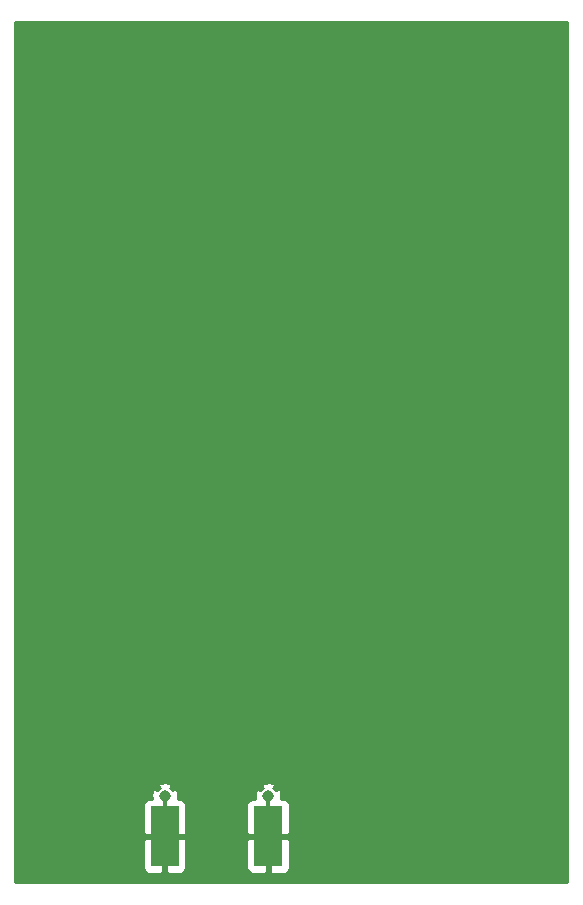
<source format=gbr>
G04 #@! TF.FileFunction,Copper,L2,Bot,Signal*
%FSLAX46Y46*%
G04 Gerber Fmt 4.6, Leading zero omitted, Abs format (unit mm)*
G04 Created by KiCad (PCBNEW 4.0.5) date 02/15/17 17:22:41*
%MOMM*%
%LPD*%
G01*
G04 APERTURE LIST*
%ADD10C,0.100000*%
%ADD11R,2.420000X5.080000*%
%ADD12C,0.970000*%
%ADD13R,0.460000X0.890000*%
%ADD14C,0.254000*%
G04 APERTURE END LIST*
D10*
D11*
X124525000Y-123640000D03*
X133285000Y-123640000D03*
D12*
X124525000Y-120200000D03*
X133285000Y-120200000D03*
D13*
X124525000Y-120650000D03*
X133285000Y-120650000D03*
D14*
G36*
X158623000Y-127508000D02*
X111887000Y-127508000D01*
X111887000Y-123925750D01*
X122680000Y-123925750D01*
X122680000Y-126306309D01*
X122776673Y-126539698D01*
X122955301Y-126718327D01*
X123188690Y-126815000D01*
X124239250Y-126815000D01*
X124398000Y-126656250D01*
X124398000Y-123767000D01*
X124652000Y-123767000D01*
X124652000Y-126656250D01*
X124810750Y-126815000D01*
X125861310Y-126815000D01*
X126094699Y-126718327D01*
X126273327Y-126539698D01*
X126370000Y-126306309D01*
X126370000Y-123925750D01*
X131440000Y-123925750D01*
X131440000Y-126306309D01*
X131536673Y-126539698D01*
X131715301Y-126718327D01*
X131948690Y-126815000D01*
X132999250Y-126815000D01*
X133158000Y-126656250D01*
X133158000Y-123767000D01*
X133412000Y-123767000D01*
X133412000Y-126656250D01*
X133570750Y-126815000D01*
X134621310Y-126815000D01*
X134854699Y-126718327D01*
X135033327Y-126539698D01*
X135130000Y-126306309D01*
X135130000Y-123925750D01*
X134971250Y-123767000D01*
X133412000Y-123767000D01*
X133158000Y-123767000D01*
X131598750Y-123767000D01*
X131440000Y-123925750D01*
X126370000Y-123925750D01*
X126211250Y-123767000D01*
X124652000Y-123767000D01*
X124398000Y-123767000D01*
X122838750Y-123767000D01*
X122680000Y-123925750D01*
X111887000Y-123925750D01*
X111887000Y-120973691D01*
X122680000Y-120973691D01*
X122680000Y-123354250D01*
X122838750Y-123513000D01*
X124398000Y-123513000D01*
X124398000Y-123493000D01*
X124652000Y-123493000D01*
X124652000Y-123513000D01*
X126211250Y-123513000D01*
X126370000Y-123354250D01*
X126370000Y-120973691D01*
X131440000Y-120973691D01*
X131440000Y-123354250D01*
X131598750Y-123513000D01*
X133158000Y-123513000D01*
X133158000Y-123493000D01*
X133412000Y-123493000D01*
X133412000Y-123513000D01*
X134971250Y-123513000D01*
X135130000Y-123354250D01*
X135130000Y-120973691D01*
X135033327Y-120740302D01*
X134854699Y-120561673D01*
X134621310Y-120465000D01*
X134377129Y-120465000D01*
X134418149Y-120341436D01*
X134386018Y-119897032D01*
X134277768Y-119635692D01*
X134064200Y-119600405D01*
X133936315Y-119728290D01*
X133874699Y-119666673D01*
X133707838Y-119597557D01*
X133884595Y-119420800D01*
X133849308Y-119207232D01*
X133426436Y-119066851D01*
X132982032Y-119098982D01*
X132720692Y-119207232D01*
X132685405Y-119420800D01*
X132862162Y-119597557D01*
X132695301Y-119666673D01*
X132633685Y-119728290D01*
X132505800Y-119600405D01*
X132292232Y-119635692D01*
X132151851Y-120058564D01*
X132181237Y-120465000D01*
X131948690Y-120465000D01*
X131715301Y-120561673D01*
X131536673Y-120740302D01*
X131440000Y-120973691D01*
X126370000Y-120973691D01*
X126273327Y-120740302D01*
X126094699Y-120561673D01*
X125861310Y-120465000D01*
X125617129Y-120465000D01*
X125658149Y-120341436D01*
X125626018Y-119897032D01*
X125517768Y-119635692D01*
X125304200Y-119600405D01*
X125176315Y-119728290D01*
X125114699Y-119666673D01*
X124947838Y-119597557D01*
X125124595Y-119420800D01*
X125089308Y-119207232D01*
X124666436Y-119066851D01*
X124222032Y-119098982D01*
X123960692Y-119207232D01*
X123925405Y-119420800D01*
X124102162Y-119597557D01*
X123935301Y-119666673D01*
X123873685Y-119728290D01*
X123745800Y-119600405D01*
X123532232Y-119635692D01*
X123391851Y-120058564D01*
X123421237Y-120465000D01*
X123188690Y-120465000D01*
X122955301Y-120561673D01*
X122776673Y-120740302D01*
X122680000Y-120973691D01*
X111887000Y-120973691D01*
X111887000Y-54737000D01*
X158623000Y-54737000D01*
X158623000Y-127508000D01*
X158623000Y-127508000D01*
G37*
X158623000Y-127508000D02*
X111887000Y-127508000D01*
X111887000Y-123925750D01*
X122680000Y-123925750D01*
X122680000Y-126306309D01*
X122776673Y-126539698D01*
X122955301Y-126718327D01*
X123188690Y-126815000D01*
X124239250Y-126815000D01*
X124398000Y-126656250D01*
X124398000Y-123767000D01*
X124652000Y-123767000D01*
X124652000Y-126656250D01*
X124810750Y-126815000D01*
X125861310Y-126815000D01*
X126094699Y-126718327D01*
X126273327Y-126539698D01*
X126370000Y-126306309D01*
X126370000Y-123925750D01*
X131440000Y-123925750D01*
X131440000Y-126306309D01*
X131536673Y-126539698D01*
X131715301Y-126718327D01*
X131948690Y-126815000D01*
X132999250Y-126815000D01*
X133158000Y-126656250D01*
X133158000Y-123767000D01*
X133412000Y-123767000D01*
X133412000Y-126656250D01*
X133570750Y-126815000D01*
X134621310Y-126815000D01*
X134854699Y-126718327D01*
X135033327Y-126539698D01*
X135130000Y-126306309D01*
X135130000Y-123925750D01*
X134971250Y-123767000D01*
X133412000Y-123767000D01*
X133158000Y-123767000D01*
X131598750Y-123767000D01*
X131440000Y-123925750D01*
X126370000Y-123925750D01*
X126211250Y-123767000D01*
X124652000Y-123767000D01*
X124398000Y-123767000D01*
X122838750Y-123767000D01*
X122680000Y-123925750D01*
X111887000Y-123925750D01*
X111887000Y-120973691D01*
X122680000Y-120973691D01*
X122680000Y-123354250D01*
X122838750Y-123513000D01*
X124398000Y-123513000D01*
X124398000Y-123493000D01*
X124652000Y-123493000D01*
X124652000Y-123513000D01*
X126211250Y-123513000D01*
X126370000Y-123354250D01*
X126370000Y-120973691D01*
X131440000Y-120973691D01*
X131440000Y-123354250D01*
X131598750Y-123513000D01*
X133158000Y-123513000D01*
X133158000Y-123493000D01*
X133412000Y-123493000D01*
X133412000Y-123513000D01*
X134971250Y-123513000D01*
X135130000Y-123354250D01*
X135130000Y-120973691D01*
X135033327Y-120740302D01*
X134854699Y-120561673D01*
X134621310Y-120465000D01*
X134377129Y-120465000D01*
X134418149Y-120341436D01*
X134386018Y-119897032D01*
X134277768Y-119635692D01*
X134064200Y-119600405D01*
X133936315Y-119728290D01*
X133874699Y-119666673D01*
X133707838Y-119597557D01*
X133884595Y-119420800D01*
X133849308Y-119207232D01*
X133426436Y-119066851D01*
X132982032Y-119098982D01*
X132720692Y-119207232D01*
X132685405Y-119420800D01*
X132862162Y-119597557D01*
X132695301Y-119666673D01*
X132633685Y-119728290D01*
X132505800Y-119600405D01*
X132292232Y-119635692D01*
X132151851Y-120058564D01*
X132181237Y-120465000D01*
X131948690Y-120465000D01*
X131715301Y-120561673D01*
X131536673Y-120740302D01*
X131440000Y-120973691D01*
X126370000Y-120973691D01*
X126273327Y-120740302D01*
X126094699Y-120561673D01*
X125861310Y-120465000D01*
X125617129Y-120465000D01*
X125658149Y-120341436D01*
X125626018Y-119897032D01*
X125517768Y-119635692D01*
X125304200Y-119600405D01*
X125176315Y-119728290D01*
X125114699Y-119666673D01*
X124947838Y-119597557D01*
X125124595Y-119420800D01*
X125089308Y-119207232D01*
X124666436Y-119066851D01*
X124222032Y-119098982D01*
X123960692Y-119207232D01*
X123925405Y-119420800D01*
X124102162Y-119597557D01*
X123935301Y-119666673D01*
X123873685Y-119728290D01*
X123745800Y-119600405D01*
X123532232Y-119635692D01*
X123391851Y-120058564D01*
X123421237Y-120465000D01*
X123188690Y-120465000D01*
X122955301Y-120561673D01*
X122776673Y-120740302D01*
X122680000Y-120973691D01*
X111887000Y-120973691D01*
X111887000Y-54737000D01*
X158623000Y-54737000D01*
X158623000Y-127508000D01*
M02*

</source>
